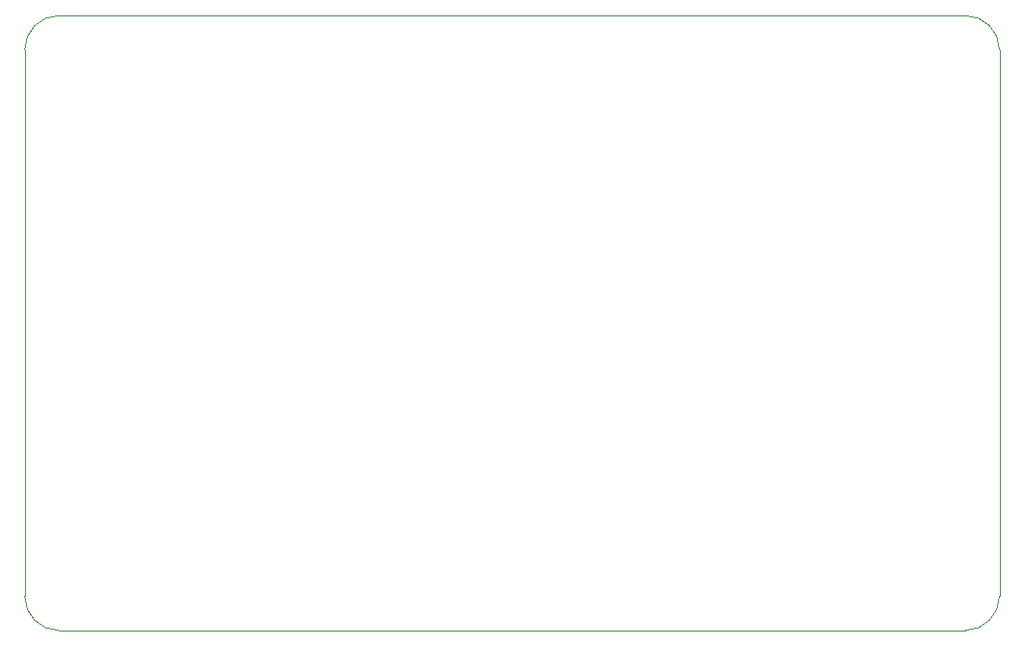
<source format=gbr>
%TF.GenerationSoftware,KiCad,Pcbnew,(5.1.9-0-10_14)*%
%TF.CreationDate,2021-09-14T14:36:21+02:00*%
%TF.ProjectId,rf-proto-card,72662d70-726f-4746-9f2d-636172642e6b,1*%
%TF.SameCoordinates,Original*%
%TF.FileFunction,Profile,NP*%
%FSLAX46Y46*%
G04 Gerber Fmt 4.6, Leading zero omitted, Abs format (unit mm)*
G04 Created by KiCad (PCBNEW (5.1.9-0-10_14)) date 2021-09-14 14:36:21*
%MOMM*%
%LPD*%
G01*
G04 APERTURE LIST*
%TA.AperFunction,Profile*%
%ADD10C,0.050000*%
%TD*%
G04 APERTURE END LIST*
D10*
X106000000Y-120980000D02*
G75*
G02*
X103000000Y-117980000I0J3000000D01*
G01*
X188600000Y-117980000D02*
G75*
G02*
X185600000Y-120980000I-3000000J0D01*
G01*
X185600000Y-67000000D02*
G75*
G02*
X188600000Y-70000000I0J-3000000D01*
G01*
X103000000Y-70000000D02*
G75*
G02*
X106000000Y-67000000I3000000J0D01*
G01*
X103000000Y-117980000D02*
X103000000Y-70000000D01*
X185600000Y-120980000D02*
X106000000Y-120980000D01*
X188600000Y-70000000D02*
X188600000Y-117980000D01*
X106000000Y-67000000D02*
X185600000Y-67000000D01*
M02*

</source>
